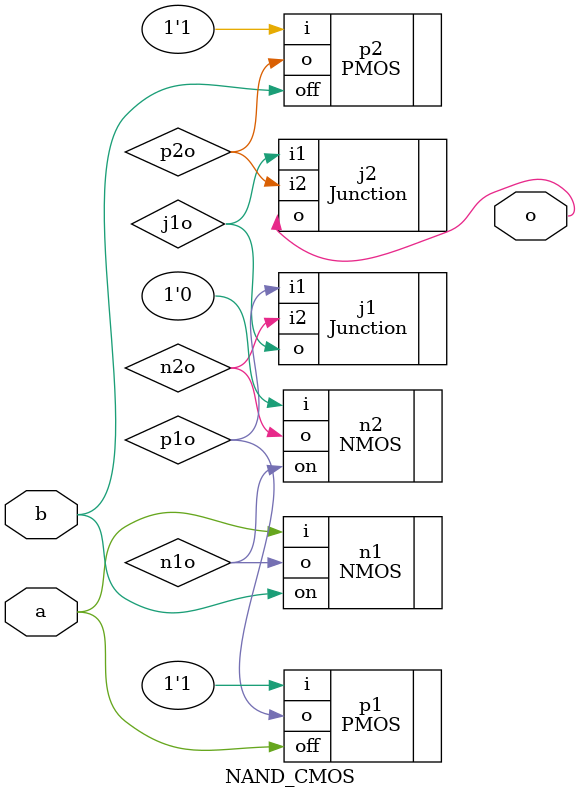
<source format=v>
`ifndef CMOS_NAND_V
`define CMOS_NAND_V

`include "CMOS.v"

module NAND_CMOS(
    input a,
    input b,
    output o
);
    wire p1o,p2o;
    wire n1o,n2o;
    PMOS p1(.off(a),.i(1'b1),.o(p1o));
    PMOS p2(.off(b),.i(1'b1),.o(p2o));
    NMOS n1(.on(b),.i(a),.o(n1o));
    NMOS n2(.on(n1o),.i(1'b0),.o(n2o));

    Junction j1(.i1(p1o),.i2(n2o),.o(j1o));
    Junction j2(.i1(j1o),.i2(p2o),.o(o));
endmodule

`ifdef TB_CMOS_NAND
`timescale 1ns / 1ps

module Testbench;

    reg a;
    reg b;
    wire o;

    // 实例化 NANDGate 模块
    NAND_CMOS nand_gate(
        .a(a),
        .b(b),
        .o(o)
    );

    initial begin
        // 初始化输入
        a = 0; b = 0;
        #10;  // 等待10纳秒
        
        // 测试不同的输入组合
        a = 0; b = 0;
        #10;
        $display("a = %b, b = %b, o = %b", a, b, o);
        
        a = 0; b = 1;
        #10;
        $display("a = %b, b = %b, o = %b", a, b, o);

        a = 1; b = 0;
        #10;
        $display("a = %b, b = %b, o = %b", a, b, o);

        a = 1; b = 1;
        #10;
        $display("a = %b, b = %b, o = %b", a, b, o);

        // 结束测试
        $finish;
    end

endmodule
`endif

`endif // CMOS_NAND_V


</source>
